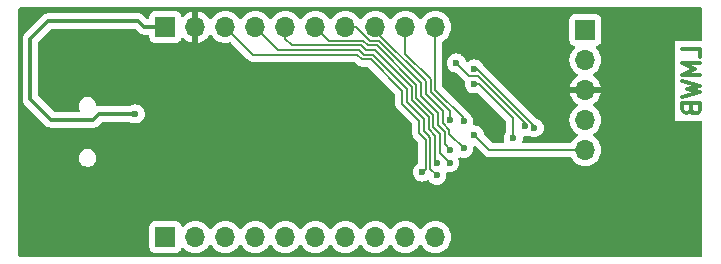
<source format=gbl>
G04 #@! TF.GenerationSoftware,KiCad,Pcbnew,8.0.3*
G04 #@! TF.CreationDate,2024-06-24T13:25:15+02:00*
G04 #@! TF.ProjectId,LimbusZero,4c696d62-7573-45a6-9572-6f2e6b696361,v.0.1*
G04 #@! TF.SameCoordinates,Original*
G04 #@! TF.FileFunction,Copper,L2,Bot*
G04 #@! TF.FilePolarity,Positive*
%FSLAX46Y46*%
G04 Gerber Fmt 4.6, Leading zero omitted, Abs format (unit mm)*
G04 Created by KiCad (PCBNEW 8.0.3) date 2024-06-24 13:25:15*
%MOMM*%
%LPD*%
G01*
G04 APERTURE LIST*
%ADD10C,0.300000*%
G04 #@! TA.AperFunction,NonConductor*
%ADD11C,0.300000*%
G04 #@! TD*
G04 #@! TA.AperFunction,ComponentPad*
%ADD12R,1.700000X1.700000*%
G04 #@! TD*
G04 #@! TA.AperFunction,ComponentPad*
%ADD13O,1.700000X1.700000*%
G04 #@! TD*
G04 #@! TA.AperFunction,ViaPad*
%ADD14C,0.600000*%
G04 #@! TD*
G04 #@! TA.AperFunction,Conductor*
%ADD15C,0.200000*%
G04 #@! TD*
G04 #@! TA.AperFunction,Conductor*
%ADD16C,0.300000*%
G04 #@! TD*
G04 APERTURE END LIST*
D10*
D11*
X139246828Y-68578796D02*
X139246828Y-67864510D01*
X139246828Y-67864510D02*
X137746828Y-67864510D01*
X139246828Y-69078796D02*
X137746828Y-69078796D01*
X137746828Y-69078796D02*
X138818257Y-69578796D01*
X138818257Y-69578796D02*
X137746828Y-70078796D01*
X137746828Y-70078796D02*
X139246828Y-70078796D01*
X137746828Y-70650225D02*
X139246828Y-71007368D01*
X139246828Y-71007368D02*
X138175400Y-71293082D01*
X138175400Y-71293082D02*
X139246828Y-71578797D01*
X139246828Y-71578797D02*
X137746828Y-71935940D01*
X138461114Y-73007368D02*
X138532542Y-73221654D01*
X138532542Y-73221654D02*
X138603971Y-73293083D01*
X138603971Y-73293083D02*
X138746828Y-73364511D01*
X138746828Y-73364511D02*
X138961114Y-73364511D01*
X138961114Y-73364511D02*
X139103971Y-73293083D01*
X139103971Y-73293083D02*
X139175400Y-73221654D01*
X139175400Y-73221654D02*
X139246828Y-73078797D01*
X139246828Y-73078797D02*
X139246828Y-72507368D01*
X139246828Y-72507368D02*
X137746828Y-72507368D01*
X137746828Y-72507368D02*
X137746828Y-73007368D01*
X137746828Y-73007368D02*
X137818257Y-73150226D01*
X137818257Y-73150226D02*
X137889685Y-73221654D01*
X137889685Y-73221654D02*
X138032542Y-73293083D01*
X138032542Y-73293083D02*
X138175400Y-73293083D01*
X138175400Y-73293083D02*
X138318257Y-73221654D01*
X138318257Y-73221654D02*
X138389685Y-73150226D01*
X138389685Y-73150226D02*
X138461114Y-73007368D01*
X138461114Y-73007368D02*
X138461114Y-72507368D01*
D12*
X129540000Y-66294000D03*
D13*
X129540000Y-68834000D03*
X129540000Y-71373999D03*
X129540000Y-73914000D03*
X129540000Y-76454000D03*
D12*
X93980000Y-66040000D03*
D13*
X96520000Y-66040000D03*
X99059999Y-66040000D03*
X101600000Y-66040000D03*
X104140000Y-66040000D03*
X106680000Y-66040000D03*
X109220000Y-66040000D03*
X111760001Y-66040000D03*
X114300000Y-66040000D03*
X116840000Y-66040000D03*
D12*
X93980000Y-83820000D03*
D13*
X96520000Y-83820000D03*
X99059999Y-83820000D03*
X101600000Y-83820000D03*
X104140000Y-83820000D03*
X106680000Y-83820000D03*
X109220000Y-83820000D03*
X111760001Y-83820000D03*
X114300000Y-83820000D03*
X116840000Y-83820000D03*
D14*
X129794000Y-80264000D03*
X127762000Y-82804000D03*
X97028000Y-71882000D03*
X88900000Y-67310000D03*
X85344000Y-72644000D03*
X87122000Y-80010000D03*
X105410000Y-71120000D03*
X105410000Y-76200000D03*
X97014000Y-70358000D03*
X97014000Y-71120000D03*
X109220000Y-73914000D03*
X121412000Y-81534000D03*
X125222000Y-67564000D03*
X113875735Y-73660000D03*
X87122000Y-69850000D03*
X112210314Y-71628000D03*
X85344000Y-77216000D03*
X83312000Y-77216000D03*
X83566000Y-82550000D03*
X120142000Y-75184000D03*
X91440000Y-73406000D03*
X119253000Y-76327000D03*
X119253000Y-74041000D03*
X118110000Y-76454000D03*
X116967000Y-78613000D03*
X117007797Y-77556203D03*
X118066735Y-73957265D03*
X125207876Y-74584000D03*
X120142000Y-69596000D03*
X118618000Y-69088000D03*
X124416735Y-74465265D03*
X115723049Y-78332951D03*
X123444000Y-75438000D03*
X120142000Y-70866000D03*
X118052313Y-77527687D03*
D15*
X120142000Y-75184000D02*
X121412000Y-76454000D01*
X121412000Y-76454000D02*
X129540000Y-76454000D01*
D16*
X82550000Y-67056000D02*
X84074000Y-65532000D01*
X84074000Y-65532000D02*
X91694000Y-65532000D01*
X88392000Y-73406000D02*
X87884000Y-73914000D01*
X91694000Y-65532000D02*
X92202000Y-66040000D01*
X87884000Y-73914000D02*
X84328000Y-73914000D01*
X84328000Y-73914000D02*
X82550000Y-72136000D01*
X91440000Y-73406000D02*
X88392000Y-73406000D01*
X92202000Y-66040000D02*
X93980000Y-66040000D01*
X82550000Y-72136000D02*
X82550000Y-67056000D01*
D15*
X116040000Y-71705372D02*
X116040000Y-70631686D01*
X111760001Y-66351687D02*
X111760001Y-66040000D01*
X118032626Y-74771685D02*
X117466735Y-74205794D01*
X118032626Y-75106626D02*
X118032626Y-74771685D01*
X117466735Y-74205794D02*
X117466735Y-73132107D01*
X119253000Y-76327000D02*
X118032626Y-75106626D01*
X116040000Y-70631686D02*
X111760001Y-66351687D01*
X117466735Y-73132107D02*
X116040000Y-71705372D01*
X116840000Y-71374000D02*
X116840000Y-66040000D01*
X119253000Y-74041000D02*
X119253000Y-73787000D01*
X119253000Y-73787000D02*
X116840000Y-71374000D01*
X115640000Y-71871058D02*
X115640000Y-70797372D01*
X115640000Y-70797372D02*
X112032628Y-67190000D01*
X112032628Y-67190000D02*
X111283655Y-67190000D01*
X118110000Y-76454000D02*
X117632626Y-75976626D01*
X117066735Y-74371480D02*
X117066735Y-73297793D01*
X117632626Y-74937371D02*
X117066735Y-74371480D01*
X117066735Y-73297793D02*
X115640000Y-71871058D01*
X110133655Y-66040000D02*
X109220000Y-66040000D01*
X111283655Y-67190000D02*
X110133655Y-66040000D01*
X117632626Y-75976626D02*
X117632626Y-74937371D01*
X116967000Y-78613000D02*
X116407797Y-78053797D01*
X116407797Y-78053797D02*
X116407797Y-75409600D01*
X110552283Y-68155685D02*
X110386598Y-67990000D01*
X114440000Y-71294430D02*
X111535570Y-68390000D01*
X110786597Y-68390000D02*
X110552283Y-68155685D01*
X116173482Y-75175286D02*
X115866735Y-74868538D01*
X115866735Y-74868538D02*
X115866735Y-73794851D01*
X114440000Y-72368116D02*
X114440000Y-71294430D01*
X115866735Y-73794851D02*
X114440000Y-72368116D01*
X110386598Y-67990000D02*
X103550000Y-67990000D01*
X103550000Y-67990000D02*
X101600000Y-66040000D01*
X116407797Y-75409600D02*
X116173482Y-75175286D01*
X111535570Y-68390000D02*
X110786597Y-68390000D01*
X110952283Y-67990000D02*
X110552283Y-67590000D01*
X117007797Y-77556203D02*
X116832626Y-77381032D01*
X114840000Y-71128744D02*
X111701256Y-67990000D01*
X111701256Y-67990000D02*
X110952283Y-67990000D01*
X116266735Y-74702852D02*
X116266735Y-73629165D01*
X116832626Y-75268743D02*
X116266735Y-74702852D01*
X104674000Y-67590000D02*
X104140000Y-67056000D01*
X116266735Y-73629165D02*
X114840000Y-72202430D01*
X114840000Y-72202430D02*
X114840000Y-71128744D01*
X110552283Y-67590000D02*
X104674000Y-67590000D01*
X116832626Y-77381032D02*
X116832626Y-75268743D01*
X104140000Y-67056000D02*
X104140000Y-66040000D01*
X118066735Y-73166421D02*
X116440000Y-71539686D01*
X114300000Y-68326000D02*
X114300000Y-66040000D01*
X116440000Y-70466000D02*
X114300000Y-68326000D01*
X116440000Y-71539686D02*
X116440000Y-70466000D01*
X118066735Y-73957265D02*
X118066735Y-73166421D01*
X125207876Y-74584000D02*
X125207876Y-74407876D01*
X120396000Y-69596000D02*
X120142000Y-69596000D01*
X125207876Y-74407876D02*
X120396000Y-69596000D01*
X124416735Y-74465265D02*
X124416735Y-74182421D01*
X119726000Y-70196000D02*
X118618000Y-69088000D01*
X120430314Y-70196000D02*
X119726000Y-70196000D01*
X124416735Y-74182421D02*
X120430314Y-70196000D01*
X116007797Y-75575286D02*
X115466735Y-75034224D01*
X111369884Y-68790000D02*
X110620912Y-68790000D01*
X115466735Y-75034224D02*
X115466735Y-73960537D01*
X115466735Y-73960537D02*
X114040000Y-72533802D01*
X110620912Y-68790000D02*
X110220912Y-68390000D01*
X116007797Y-78048203D02*
X116007797Y-75575286D01*
X101409999Y-68390000D02*
X99059999Y-66040000D01*
X114040000Y-72533802D02*
X114040000Y-71460116D01*
X115723049Y-78332951D02*
X116007797Y-78048203D01*
X110220912Y-68390000D02*
X101409999Y-68390000D01*
X114040000Y-71460116D02*
X111369884Y-68790000D01*
X123444000Y-73775372D02*
X123444000Y-75438000D01*
X120534628Y-70866000D02*
X123444000Y-73775372D01*
X120142000Y-70866000D02*
X120534628Y-70866000D01*
X116666735Y-73463479D02*
X115240000Y-72036744D01*
X111117969Y-67590000D02*
X110717969Y-67190000D01*
X115240000Y-72036744D02*
X115240000Y-70963058D01*
X116666735Y-74537166D02*
X116666735Y-73463479D01*
X107830000Y-67190000D02*
X106680000Y-66040000D01*
X117232626Y-76708000D02*
X117232626Y-75103057D01*
X115240000Y-70963058D02*
X111866942Y-67590000D01*
X118052313Y-77527687D02*
X117232626Y-76708000D01*
X110717969Y-67190000D02*
X107830000Y-67190000D01*
X111866942Y-67590000D02*
X111117969Y-67590000D01*
X117232626Y-75103057D02*
X116666735Y-74537166D01*
G04 #@! TA.AperFunction,Conductor*
G36*
X139392539Y-64405185D02*
G01*
X139438294Y-64457989D01*
X139449500Y-64509500D01*
X139449500Y-67085010D01*
X139429815Y-67152049D01*
X139377011Y-67197804D01*
X139325500Y-67209010D01*
X137088559Y-67209010D01*
X137088559Y-74021736D01*
X139325500Y-74021736D01*
X139392539Y-74041421D01*
X139438294Y-74094225D01*
X139449500Y-74145736D01*
X139449500Y-85350500D01*
X139429815Y-85417539D01*
X139377011Y-85463294D01*
X139325500Y-85474500D01*
X81654500Y-85474500D01*
X81587461Y-85454815D01*
X81541706Y-85402011D01*
X81530500Y-85350500D01*
X81530500Y-82922135D01*
X92629500Y-82922135D01*
X92629500Y-84717870D01*
X92629501Y-84717876D01*
X92635908Y-84777483D01*
X92686202Y-84912328D01*
X92686206Y-84912335D01*
X92772452Y-85027544D01*
X92772455Y-85027547D01*
X92887664Y-85113793D01*
X92887671Y-85113797D01*
X93022517Y-85164091D01*
X93022516Y-85164091D01*
X93029444Y-85164835D01*
X93082127Y-85170500D01*
X94877872Y-85170499D01*
X94937483Y-85164091D01*
X95072331Y-85113796D01*
X95187546Y-85027546D01*
X95273796Y-84912331D01*
X95322810Y-84780916D01*
X95364681Y-84724984D01*
X95430145Y-84700566D01*
X95498418Y-84715417D01*
X95526673Y-84736569D01*
X95648599Y-84858495D01*
X95745384Y-84926265D01*
X95842165Y-84994032D01*
X95842167Y-84994033D01*
X95842170Y-84994035D01*
X96056337Y-85093903D01*
X96284592Y-85155063D01*
X96461034Y-85170500D01*
X96519999Y-85175659D01*
X96520000Y-85175659D01*
X96520001Y-85175659D01*
X96578966Y-85170500D01*
X96755408Y-85155063D01*
X96983663Y-85093903D01*
X97197830Y-84994035D01*
X97391401Y-84858495D01*
X97558495Y-84691401D01*
X97688424Y-84505842D01*
X97743001Y-84462218D01*
X97812499Y-84455024D01*
X97874854Y-84486547D01*
X97891573Y-84505841D01*
X98021504Y-84691401D01*
X98188598Y-84858495D01*
X98285383Y-84926265D01*
X98382164Y-84994032D01*
X98382166Y-84994033D01*
X98382169Y-84994035D01*
X98596336Y-85093903D01*
X98824591Y-85155063D01*
X99001033Y-85170500D01*
X99059998Y-85175659D01*
X99059999Y-85175659D01*
X99060000Y-85175659D01*
X99118965Y-85170500D01*
X99295407Y-85155063D01*
X99523662Y-85093903D01*
X99737829Y-84994035D01*
X99931400Y-84858495D01*
X100098494Y-84691401D01*
X100228425Y-84505839D01*
X100283001Y-84462216D01*
X100352499Y-84455022D01*
X100414854Y-84486545D01*
X100431572Y-84505838D01*
X100561505Y-84691401D01*
X100728599Y-84858495D01*
X100825384Y-84926265D01*
X100922165Y-84994032D01*
X100922167Y-84994033D01*
X100922170Y-84994035D01*
X101136337Y-85093903D01*
X101364592Y-85155063D01*
X101541034Y-85170500D01*
X101599999Y-85175659D01*
X101600000Y-85175659D01*
X101600001Y-85175659D01*
X101658966Y-85170500D01*
X101835408Y-85155063D01*
X102063663Y-85093903D01*
X102277830Y-84994035D01*
X102471401Y-84858495D01*
X102638495Y-84691401D01*
X102768426Y-84505841D01*
X102823002Y-84462217D01*
X102892500Y-84455023D01*
X102954855Y-84486546D01*
X102971575Y-84505842D01*
X103101500Y-84691395D01*
X103101505Y-84691401D01*
X103268599Y-84858495D01*
X103365384Y-84926265D01*
X103462165Y-84994032D01*
X103462167Y-84994033D01*
X103462170Y-84994035D01*
X103676337Y-85093903D01*
X103904592Y-85155063D01*
X104081034Y-85170500D01*
X104139999Y-85175659D01*
X104140000Y-85175659D01*
X104140001Y-85175659D01*
X104198966Y-85170500D01*
X104375408Y-85155063D01*
X104603663Y-85093903D01*
X104817830Y-84994035D01*
X105011401Y-84858495D01*
X105178495Y-84691401D01*
X105308426Y-84505841D01*
X105363002Y-84462217D01*
X105432500Y-84455023D01*
X105494855Y-84486546D01*
X105511575Y-84505842D01*
X105641500Y-84691395D01*
X105641505Y-84691401D01*
X105808599Y-84858495D01*
X105905384Y-84926265D01*
X106002165Y-84994032D01*
X106002167Y-84994033D01*
X106002170Y-84994035D01*
X106216337Y-85093903D01*
X106444592Y-85155063D01*
X106621034Y-85170500D01*
X106679999Y-85175659D01*
X106680000Y-85175659D01*
X106680001Y-85175659D01*
X106738966Y-85170500D01*
X106915408Y-85155063D01*
X107143663Y-85093903D01*
X107357830Y-84994035D01*
X107551401Y-84858495D01*
X107718495Y-84691401D01*
X107848426Y-84505841D01*
X107903002Y-84462217D01*
X107972500Y-84455023D01*
X108034855Y-84486546D01*
X108051575Y-84505842D01*
X108181500Y-84691395D01*
X108181505Y-84691401D01*
X108348599Y-84858495D01*
X108445384Y-84926265D01*
X108542165Y-84994032D01*
X108542167Y-84994033D01*
X108542170Y-84994035D01*
X108756337Y-85093903D01*
X108984592Y-85155063D01*
X109161034Y-85170500D01*
X109219999Y-85175659D01*
X109220000Y-85175659D01*
X109220001Y-85175659D01*
X109278966Y-85170500D01*
X109455408Y-85155063D01*
X109683663Y-85093903D01*
X109897830Y-84994035D01*
X110091401Y-84858495D01*
X110258495Y-84691401D01*
X110388426Y-84505839D01*
X110443002Y-84462216D01*
X110512500Y-84455022D01*
X110574855Y-84486545D01*
X110591573Y-84505838D01*
X110721506Y-84691401D01*
X110888600Y-84858495D01*
X110985385Y-84926265D01*
X111082166Y-84994032D01*
X111082168Y-84994033D01*
X111082171Y-84994035D01*
X111296338Y-85093903D01*
X111524593Y-85155063D01*
X111701035Y-85170500D01*
X111760000Y-85175659D01*
X111760001Y-85175659D01*
X111760002Y-85175659D01*
X111818967Y-85170500D01*
X111995409Y-85155063D01*
X112223664Y-85093903D01*
X112437831Y-84994035D01*
X112631402Y-84858495D01*
X112798496Y-84691401D01*
X112928425Y-84505842D01*
X112983002Y-84462218D01*
X113052500Y-84455024D01*
X113114855Y-84486547D01*
X113131574Y-84505841D01*
X113261505Y-84691401D01*
X113428599Y-84858495D01*
X113525384Y-84926265D01*
X113622165Y-84994032D01*
X113622167Y-84994033D01*
X113622170Y-84994035D01*
X113836337Y-85093903D01*
X114064592Y-85155063D01*
X114241034Y-85170500D01*
X114299999Y-85175659D01*
X114300000Y-85175659D01*
X114300001Y-85175659D01*
X114358966Y-85170500D01*
X114535408Y-85155063D01*
X114763663Y-85093903D01*
X114977830Y-84994035D01*
X115171401Y-84858495D01*
X115338495Y-84691401D01*
X115468426Y-84505841D01*
X115523002Y-84462217D01*
X115592500Y-84455023D01*
X115654855Y-84486546D01*
X115671575Y-84505842D01*
X115801500Y-84691395D01*
X115801505Y-84691401D01*
X115968599Y-84858495D01*
X116065384Y-84926265D01*
X116162165Y-84994032D01*
X116162167Y-84994033D01*
X116162170Y-84994035D01*
X116376337Y-85093903D01*
X116604592Y-85155063D01*
X116781034Y-85170500D01*
X116839999Y-85175659D01*
X116840000Y-85175659D01*
X116840001Y-85175659D01*
X116898966Y-85170500D01*
X117075408Y-85155063D01*
X117303663Y-85093903D01*
X117517830Y-84994035D01*
X117711401Y-84858495D01*
X117878495Y-84691401D01*
X118014035Y-84497830D01*
X118113903Y-84283663D01*
X118175063Y-84055408D01*
X118195659Y-83820000D01*
X118175063Y-83584592D01*
X118113903Y-83356337D01*
X118014035Y-83142171D01*
X118008425Y-83134158D01*
X117878494Y-82948597D01*
X117711402Y-82781506D01*
X117711395Y-82781501D01*
X117517834Y-82645967D01*
X117517830Y-82645965D01*
X117517828Y-82645964D01*
X117303663Y-82546097D01*
X117303659Y-82546096D01*
X117303655Y-82546094D01*
X117075413Y-82484938D01*
X117075403Y-82484936D01*
X116840001Y-82464341D01*
X116839999Y-82464341D01*
X116604596Y-82484936D01*
X116604586Y-82484938D01*
X116376344Y-82546094D01*
X116376335Y-82546098D01*
X116162171Y-82645964D01*
X116162169Y-82645965D01*
X115968597Y-82781505D01*
X115801505Y-82948597D01*
X115671575Y-83134158D01*
X115616998Y-83177783D01*
X115547500Y-83184977D01*
X115485145Y-83153454D01*
X115468425Y-83134158D01*
X115338494Y-82948597D01*
X115171402Y-82781506D01*
X115171395Y-82781501D01*
X114977834Y-82645967D01*
X114977830Y-82645965D01*
X114977828Y-82645964D01*
X114763663Y-82546097D01*
X114763659Y-82546096D01*
X114763655Y-82546094D01*
X114535413Y-82484938D01*
X114535403Y-82484936D01*
X114300001Y-82464341D01*
X114299999Y-82464341D01*
X114064596Y-82484936D01*
X114064586Y-82484938D01*
X113836344Y-82546094D01*
X113836335Y-82546098D01*
X113622171Y-82645964D01*
X113622169Y-82645965D01*
X113428597Y-82781505D01*
X113261508Y-82948594D01*
X113131575Y-83134158D01*
X113076998Y-83177782D01*
X113007499Y-83184975D01*
X112945145Y-83153453D01*
X112928425Y-83134157D01*
X112798495Y-82948597D01*
X112631403Y-82781506D01*
X112631396Y-82781501D01*
X112437835Y-82645967D01*
X112437831Y-82645965D01*
X112437829Y-82645964D01*
X112223664Y-82546097D01*
X112223660Y-82546096D01*
X112223656Y-82546094D01*
X111995414Y-82484938D01*
X111995404Y-82484936D01*
X111760002Y-82464341D01*
X111760000Y-82464341D01*
X111524597Y-82484936D01*
X111524587Y-82484938D01*
X111296345Y-82546094D01*
X111296336Y-82546098D01*
X111082172Y-82645964D01*
X111082170Y-82645965D01*
X110888598Y-82781505D01*
X110721509Y-82948594D01*
X110591575Y-83134160D01*
X110536998Y-83177784D01*
X110467499Y-83184977D01*
X110405145Y-83153455D01*
X110388425Y-83134159D01*
X110258494Y-82948597D01*
X110091402Y-82781506D01*
X110091395Y-82781501D01*
X109897834Y-82645967D01*
X109897830Y-82645965D01*
X109897828Y-82645964D01*
X109683663Y-82546097D01*
X109683659Y-82546096D01*
X109683655Y-82546094D01*
X109455413Y-82484938D01*
X109455403Y-82484936D01*
X109220001Y-82464341D01*
X109219999Y-82464341D01*
X108984596Y-82484936D01*
X108984586Y-82484938D01*
X108756344Y-82546094D01*
X108756335Y-82546098D01*
X108542171Y-82645964D01*
X108542169Y-82645965D01*
X108348597Y-82781505D01*
X108181505Y-82948597D01*
X108051575Y-83134158D01*
X107996998Y-83177783D01*
X107927500Y-83184977D01*
X107865145Y-83153454D01*
X107848425Y-83134158D01*
X107718494Y-82948597D01*
X107551402Y-82781506D01*
X107551395Y-82781501D01*
X107357834Y-82645967D01*
X107357830Y-82645965D01*
X107357828Y-82645964D01*
X107143663Y-82546097D01*
X107143659Y-82546096D01*
X107143655Y-82546094D01*
X106915413Y-82484938D01*
X106915403Y-82484936D01*
X106680001Y-82464341D01*
X106679999Y-82464341D01*
X106444596Y-82484936D01*
X106444586Y-82484938D01*
X106216344Y-82546094D01*
X106216335Y-82546098D01*
X106002171Y-82645964D01*
X106002169Y-82645965D01*
X105808597Y-82781505D01*
X105641505Y-82948597D01*
X105511575Y-83134158D01*
X105456998Y-83177783D01*
X105387500Y-83184977D01*
X105325145Y-83153454D01*
X105308425Y-83134158D01*
X105178494Y-82948597D01*
X105011402Y-82781506D01*
X105011395Y-82781501D01*
X104817834Y-82645967D01*
X104817830Y-82645965D01*
X104817828Y-82645964D01*
X104603663Y-82546097D01*
X104603659Y-82546096D01*
X104603655Y-82546094D01*
X104375413Y-82484938D01*
X104375403Y-82484936D01*
X104140001Y-82464341D01*
X104139999Y-82464341D01*
X103904596Y-82484936D01*
X103904586Y-82484938D01*
X103676344Y-82546094D01*
X103676335Y-82546098D01*
X103462171Y-82645964D01*
X103462169Y-82645965D01*
X103268597Y-82781505D01*
X103101505Y-82948597D01*
X102971575Y-83134158D01*
X102916998Y-83177783D01*
X102847500Y-83184977D01*
X102785145Y-83153454D01*
X102768425Y-83134158D01*
X102638494Y-82948597D01*
X102471402Y-82781506D01*
X102471395Y-82781501D01*
X102277834Y-82645967D01*
X102277830Y-82645965D01*
X102277828Y-82645964D01*
X102063663Y-82546097D01*
X102063659Y-82546096D01*
X102063655Y-82546094D01*
X101835413Y-82484938D01*
X101835403Y-82484936D01*
X101600001Y-82464341D01*
X101599999Y-82464341D01*
X101364596Y-82484936D01*
X101364586Y-82484938D01*
X101136344Y-82546094D01*
X101136335Y-82546098D01*
X100922171Y-82645964D01*
X100922169Y-82645965D01*
X100728597Y-82781505D01*
X100561508Y-82948594D01*
X100431574Y-83134160D01*
X100376997Y-83177784D01*
X100307498Y-83184977D01*
X100245144Y-83153455D01*
X100228424Y-83134159D01*
X100098493Y-82948597D01*
X99931401Y-82781506D01*
X99931394Y-82781501D01*
X99737833Y-82645967D01*
X99737829Y-82645965D01*
X99737827Y-82645964D01*
X99523662Y-82546097D01*
X99523658Y-82546096D01*
X99523654Y-82546094D01*
X99295412Y-82484938D01*
X99295402Y-82484936D01*
X99060000Y-82464341D01*
X99059998Y-82464341D01*
X98824595Y-82484936D01*
X98824585Y-82484938D01*
X98596343Y-82546094D01*
X98596334Y-82546098D01*
X98382170Y-82645964D01*
X98382168Y-82645965D01*
X98188596Y-82781505D01*
X98021507Y-82948594D01*
X97891574Y-83134158D01*
X97836997Y-83177782D01*
X97767498Y-83184975D01*
X97705144Y-83153453D01*
X97688424Y-83134157D01*
X97558494Y-82948597D01*
X97391402Y-82781506D01*
X97391395Y-82781501D01*
X97197834Y-82645967D01*
X97197830Y-82645965D01*
X97197828Y-82645964D01*
X96983663Y-82546097D01*
X96983659Y-82546096D01*
X96983655Y-82546094D01*
X96755413Y-82484938D01*
X96755403Y-82484936D01*
X96520001Y-82464341D01*
X96519999Y-82464341D01*
X96284596Y-82484936D01*
X96284586Y-82484938D01*
X96056344Y-82546094D01*
X96056335Y-82546098D01*
X95842171Y-82645964D01*
X95842169Y-82645965D01*
X95648600Y-82781503D01*
X95526673Y-82903430D01*
X95465350Y-82936914D01*
X95395658Y-82931930D01*
X95339725Y-82890058D01*
X95322810Y-82859081D01*
X95273797Y-82727671D01*
X95273793Y-82727664D01*
X95187547Y-82612455D01*
X95187544Y-82612452D01*
X95072335Y-82526206D01*
X95072328Y-82526202D01*
X94937482Y-82475908D01*
X94937483Y-82475908D01*
X94877883Y-82469501D01*
X94877881Y-82469500D01*
X94877873Y-82469500D01*
X94877864Y-82469500D01*
X93082129Y-82469500D01*
X93082123Y-82469501D01*
X93022516Y-82475908D01*
X92887671Y-82526202D01*
X92887664Y-82526206D01*
X92772455Y-82612452D01*
X92772452Y-82612455D01*
X92686206Y-82727664D01*
X92686202Y-82727671D01*
X92635908Y-82862517D01*
X92629501Y-82922116D01*
X92629500Y-82922135D01*
X81530500Y-82922135D01*
X81530500Y-77203920D01*
X86625499Y-77203920D01*
X86654340Y-77348907D01*
X86654343Y-77348917D01*
X86710912Y-77485488D01*
X86710919Y-77485501D01*
X86793048Y-77608415D01*
X86793051Y-77608419D01*
X86897580Y-77712948D01*
X86897584Y-77712951D01*
X87020498Y-77795080D01*
X87020511Y-77795087D01*
X87106463Y-77830689D01*
X87157087Y-77851658D01*
X87157091Y-77851658D01*
X87157092Y-77851659D01*
X87302079Y-77880500D01*
X87302082Y-77880500D01*
X87449920Y-77880500D01*
X87547462Y-77861096D01*
X87594913Y-77851658D01*
X87731495Y-77795084D01*
X87854416Y-77712951D01*
X87958951Y-77608416D01*
X88041084Y-77485495D01*
X88097658Y-77348913D01*
X88107096Y-77301462D01*
X88126500Y-77203920D01*
X88126500Y-77056079D01*
X88097659Y-76911092D01*
X88097658Y-76911091D01*
X88097658Y-76911087D01*
X88061054Y-76822716D01*
X88041087Y-76774511D01*
X88041080Y-76774498D01*
X87958951Y-76651584D01*
X87958948Y-76651580D01*
X87854419Y-76547051D01*
X87854415Y-76547048D01*
X87731501Y-76464919D01*
X87731488Y-76464912D01*
X87594917Y-76408343D01*
X87594907Y-76408340D01*
X87449920Y-76379500D01*
X87449918Y-76379500D01*
X87302082Y-76379500D01*
X87302080Y-76379500D01*
X87157092Y-76408340D01*
X87157082Y-76408343D01*
X87020511Y-76464912D01*
X87020498Y-76464919D01*
X86897584Y-76547048D01*
X86897580Y-76547051D01*
X86793051Y-76651580D01*
X86793048Y-76651584D01*
X86710919Y-76774498D01*
X86710912Y-76774511D01*
X86654343Y-76911082D01*
X86654340Y-76911092D01*
X86625500Y-77056079D01*
X86625500Y-77056082D01*
X86625500Y-77203918D01*
X86625500Y-77203920D01*
X86625499Y-77203920D01*
X81530500Y-77203920D01*
X81530500Y-66991928D01*
X81899500Y-66991928D01*
X81899500Y-66991931D01*
X81899500Y-72200069D01*
X81917202Y-72289059D01*
X81924499Y-72325744D01*
X81960270Y-72412104D01*
X81973535Y-72444127D01*
X82018276Y-72511087D01*
X82044726Y-72550673D01*
X83913325Y-74419272D01*
X83913332Y-74419278D01*
X83997520Y-74475530D01*
X83997521Y-74475530D01*
X84019873Y-74490465D01*
X84138256Y-74539501D01*
X84138260Y-74539501D01*
X84138261Y-74539502D01*
X84263928Y-74564500D01*
X84263931Y-74564500D01*
X87948071Y-74564500D01*
X88032615Y-74547682D01*
X88073744Y-74539501D01*
X88192127Y-74490465D01*
X88214479Y-74475530D01*
X88298669Y-74419277D01*
X88625127Y-74092819D01*
X88686450Y-74059334D01*
X88712808Y-74056500D01*
X90934932Y-74056500D01*
X91000904Y-74075506D01*
X91090477Y-74131789D01*
X91090481Y-74131790D01*
X91260737Y-74191366D01*
X91260743Y-74191367D01*
X91260745Y-74191368D01*
X91260746Y-74191368D01*
X91260750Y-74191369D01*
X91439996Y-74211565D01*
X91440000Y-74211565D01*
X91440004Y-74211565D01*
X91619249Y-74191369D01*
X91619252Y-74191368D01*
X91619255Y-74191368D01*
X91789522Y-74131789D01*
X91942262Y-74035816D01*
X92069816Y-73908262D01*
X92165789Y-73755522D01*
X92225368Y-73585255D01*
X92230609Y-73538738D01*
X92245565Y-73406003D01*
X92245565Y-73405996D01*
X92225369Y-73226750D01*
X92225368Y-73226745D01*
X92198317Y-73149438D01*
X92165789Y-73056478D01*
X92069816Y-72903738D01*
X91942262Y-72776184D01*
X91879096Y-72736494D01*
X91789523Y-72680211D01*
X91619254Y-72620631D01*
X91619249Y-72620630D01*
X91440004Y-72600435D01*
X91439996Y-72600435D01*
X91260750Y-72620630D01*
X91260737Y-72620633D01*
X91090481Y-72680209D01*
X91090477Y-72680210D01*
X91000904Y-72736494D01*
X90934932Y-72755500D01*
X88327931Y-72755500D01*
X88274157Y-72766196D01*
X88204566Y-72759967D01*
X88149389Y-72717104D01*
X88128516Y-72661892D01*
X88127689Y-72662057D01*
X88126701Y-72657092D01*
X88126564Y-72656729D01*
X88126500Y-72656080D01*
X88097659Y-72511092D01*
X88097658Y-72511091D01*
X88097658Y-72511087D01*
X88097656Y-72511082D01*
X88041087Y-72374511D01*
X88041080Y-72374498D01*
X87958951Y-72251584D01*
X87958948Y-72251580D01*
X87854419Y-72147051D01*
X87854415Y-72147048D01*
X87731501Y-72064919D01*
X87731488Y-72064912D01*
X87594917Y-72008343D01*
X87594907Y-72008340D01*
X87449920Y-71979500D01*
X87449918Y-71979500D01*
X87302082Y-71979500D01*
X87302080Y-71979500D01*
X87157092Y-72008340D01*
X87157082Y-72008343D01*
X87020511Y-72064912D01*
X87020498Y-72064919D01*
X86897584Y-72147048D01*
X86897580Y-72147051D01*
X86793051Y-72251580D01*
X86793048Y-72251584D01*
X86710919Y-72374498D01*
X86710912Y-72374511D01*
X86654343Y-72511082D01*
X86654340Y-72511092D01*
X86625500Y-72656079D01*
X86625500Y-72656080D01*
X86625500Y-72656082D01*
X86625500Y-72803918D01*
X86625500Y-72803920D01*
X86625499Y-72803920D01*
X86654340Y-72948907D01*
X86654343Y-72948917D01*
X86713247Y-73091124D01*
X86710841Y-73092120D01*
X86722781Y-73149438D01*
X86697787Y-73214684D01*
X86641486Y-73256060D01*
X86599180Y-73263500D01*
X84648808Y-73263500D01*
X84581769Y-73243815D01*
X84561127Y-73227181D01*
X83236819Y-71902873D01*
X83203334Y-71841550D01*
X83200500Y-71815192D01*
X83200500Y-67376808D01*
X83220185Y-67309769D01*
X83236819Y-67289127D01*
X84307127Y-66218819D01*
X84368450Y-66185334D01*
X84394808Y-66182500D01*
X91373192Y-66182500D01*
X91440231Y-66202185D01*
X91460873Y-66218819D01*
X91787324Y-66545271D01*
X91787327Y-66545274D01*
X91787330Y-66545276D01*
X91853515Y-66589499D01*
X91893873Y-66616465D01*
X92012256Y-66665501D01*
X92012260Y-66665501D01*
X92012261Y-66665502D01*
X92137928Y-66690500D01*
X92137931Y-66690500D01*
X92505501Y-66690500D01*
X92572540Y-66710185D01*
X92618295Y-66762989D01*
X92629501Y-66814500D01*
X92629501Y-66937876D01*
X92635908Y-66997483D01*
X92686202Y-67132328D01*
X92686206Y-67132335D01*
X92772452Y-67247544D01*
X92772455Y-67247547D01*
X92887664Y-67333793D01*
X92887671Y-67333797D01*
X93022517Y-67384091D01*
X93022516Y-67384091D01*
X93029444Y-67384835D01*
X93082127Y-67390500D01*
X94877872Y-67390499D01*
X94937483Y-67384091D01*
X95072331Y-67333796D01*
X95187546Y-67247546D01*
X95273796Y-67132331D01*
X95323002Y-67000401D01*
X95364872Y-66944468D01*
X95430337Y-66920050D01*
X95498610Y-66934901D01*
X95526865Y-66956053D01*
X95648917Y-67078105D01*
X95842421Y-67213600D01*
X96056507Y-67313429D01*
X96056516Y-67313433D01*
X96270000Y-67370634D01*
X96270000Y-66473012D01*
X96327007Y-66505925D01*
X96454174Y-66540000D01*
X96585826Y-66540000D01*
X96712993Y-66505925D01*
X96770000Y-66473012D01*
X96770000Y-67370633D01*
X96983483Y-67313433D01*
X96983492Y-67313429D01*
X97197578Y-67213600D01*
X97391082Y-67078105D01*
X97558105Y-66911082D01*
X97688119Y-66725405D01*
X97742696Y-66681781D01*
X97812195Y-66674588D01*
X97874549Y-66706110D01*
X97891269Y-66725406D01*
X98021499Y-66911395D01*
X98021504Y-66911401D01*
X98188598Y-67078495D01*
X98285383Y-67146265D01*
X98382164Y-67214032D01*
X98382166Y-67214033D01*
X98382169Y-67214035D01*
X98596336Y-67313903D01*
X98596342Y-67313904D01*
X98596343Y-67313905D01*
X98651284Y-67328626D01*
X98824591Y-67375063D01*
X99001033Y-67390500D01*
X99059998Y-67395659D01*
X99059999Y-67395659D01*
X99060000Y-67395659D01*
X99118965Y-67390500D01*
X99295407Y-67375063D01*
X99423756Y-67340672D01*
X99493605Y-67342335D01*
X99543530Y-67372766D01*
X100925138Y-68754374D01*
X100925148Y-68754385D01*
X100929478Y-68758715D01*
X100929479Y-68758716D01*
X101041283Y-68870520D01*
X101107501Y-68908750D01*
X101128094Y-68920639D01*
X101128096Y-68920641D01*
X101166150Y-68942611D01*
X101178214Y-68949577D01*
X101330942Y-68990501D01*
X101330945Y-68990501D01*
X101496652Y-68990501D01*
X101496668Y-68990500D01*
X109920815Y-68990500D01*
X109987854Y-69010185D01*
X110008496Y-69026819D01*
X110136051Y-69154374D01*
X110136061Y-69154385D01*
X110140391Y-69158715D01*
X110140392Y-69158716D01*
X110252196Y-69270520D01*
X110252198Y-69270521D01*
X110252202Y-69270524D01*
X110299209Y-69297663D01*
X110389128Y-69349577D01*
X110500931Y-69379534D01*
X110541854Y-69390500D01*
X110541855Y-69390500D01*
X111069787Y-69390500D01*
X111136826Y-69410185D01*
X111157468Y-69426819D01*
X113403181Y-71672532D01*
X113436666Y-71733855D01*
X113439500Y-71760213D01*
X113439500Y-72447132D01*
X113439499Y-72447150D01*
X113439499Y-72612856D01*
X113439498Y-72612856D01*
X113451080Y-72656079D01*
X113480423Y-72765587D01*
X113480424Y-72765589D01*
X113480423Y-72765589D01*
X113496423Y-72793300D01*
X113496425Y-72793302D01*
X113496426Y-72793304D01*
X113538462Y-72866113D01*
X113559479Y-72902517D01*
X113678349Y-73021387D01*
X113678355Y-73021392D01*
X114829916Y-74172953D01*
X114863401Y-74234276D01*
X114866235Y-74260634D01*
X114866235Y-74947554D01*
X114866234Y-74947572D01*
X114866234Y-75113278D01*
X114866233Y-75113278D01*
X114866234Y-75113281D01*
X114907158Y-75266009D01*
X114928718Y-75303352D01*
X114986212Y-75402936D01*
X114986216Y-75402941D01*
X115105084Y-75521809D01*
X115105090Y-75521814D01*
X115370978Y-75787702D01*
X115404463Y-75849025D01*
X115407297Y-75875383D01*
X115407297Y-77517410D01*
X115387612Y-77584449D01*
X115349269Y-77622404D01*
X115220786Y-77703135D01*
X115093233Y-77830688D01*
X114997260Y-77983427D01*
X114937680Y-78153696D01*
X114937679Y-78153701D01*
X114917484Y-78332947D01*
X114917484Y-78332954D01*
X114937679Y-78512200D01*
X114937680Y-78512205D01*
X114997260Y-78682474D01*
X115093233Y-78835213D01*
X115220787Y-78962767D01*
X115373527Y-79058740D01*
X115535058Y-79115262D01*
X115543794Y-79118319D01*
X115543799Y-79118320D01*
X115723045Y-79138516D01*
X115723049Y-79138516D01*
X115723053Y-79138516D01*
X115902298Y-79118320D01*
X115902301Y-79118319D01*
X115902304Y-79118319D01*
X116072571Y-79058740D01*
X116131827Y-79021506D01*
X116199062Y-79002506D01*
X116265898Y-79022873D01*
X116302791Y-79060526D01*
X116337184Y-79115262D01*
X116464738Y-79242816D01*
X116617478Y-79338789D01*
X116787745Y-79398368D01*
X116787750Y-79398369D01*
X116966996Y-79418565D01*
X116967000Y-79418565D01*
X116967004Y-79418565D01*
X117146249Y-79398369D01*
X117146252Y-79398368D01*
X117146255Y-79398368D01*
X117316522Y-79338789D01*
X117469262Y-79242816D01*
X117596816Y-79115262D01*
X117692789Y-78962522D01*
X117752368Y-78792255D01*
X117752369Y-78792249D01*
X117772565Y-78613003D01*
X117772565Y-78612997D01*
X117754452Y-78452243D01*
X117766506Y-78383421D01*
X117813855Y-78332041D01*
X117881466Y-78314417D01*
X117891551Y-78315138D01*
X117952181Y-78321969D01*
X118052310Y-78333252D01*
X118052313Y-78333252D01*
X118052317Y-78333252D01*
X118231562Y-78313056D01*
X118231565Y-78313055D01*
X118231568Y-78313055D01*
X118401835Y-78253476D01*
X118554575Y-78157503D01*
X118682129Y-78029949D01*
X118778102Y-77877209D01*
X118837681Y-77706942D01*
X118848782Y-77608416D01*
X118857878Y-77527690D01*
X118857878Y-77527683D01*
X118837682Y-77348437D01*
X118837679Y-77348424D01*
X118795661Y-77228344D01*
X118792099Y-77158565D01*
X118826827Y-77097938D01*
X118888821Y-77065710D01*
X118953657Y-77070348D01*
X119073737Y-77112366D01*
X119073743Y-77112367D01*
X119073745Y-77112368D01*
X119073746Y-77112368D01*
X119073750Y-77112369D01*
X119252996Y-77132565D01*
X119253000Y-77132565D01*
X119253004Y-77132565D01*
X119432249Y-77112369D01*
X119432252Y-77112368D01*
X119432255Y-77112368D01*
X119602522Y-77052789D01*
X119755262Y-76956816D01*
X119882816Y-76829262D01*
X119978789Y-76676522D01*
X120038368Y-76506255D01*
X120038369Y-76506249D01*
X120058565Y-76327003D01*
X120058565Y-76326997D01*
X120050345Y-76254046D01*
X120062399Y-76185224D01*
X120109748Y-76133845D01*
X120177358Y-76116220D01*
X120243764Y-76137946D01*
X120261246Y-76152481D01*
X120927139Y-76818374D01*
X120927149Y-76818385D01*
X120931479Y-76822715D01*
X120931480Y-76822716D01*
X121043284Y-76934520D01*
X121117728Y-76977500D01*
X121180215Y-77013577D01*
X121332942Y-77054500D01*
X121332943Y-77054500D01*
X128250909Y-77054500D01*
X128317948Y-77074185D01*
X128363292Y-77126097D01*
X128365965Y-77131830D01*
X128501505Y-77325401D01*
X128668599Y-77492495D01*
X128718863Y-77527690D01*
X128862165Y-77628032D01*
X128862167Y-77628033D01*
X128862170Y-77628035D01*
X129076337Y-77727903D01*
X129304592Y-77789063D01*
X129492918Y-77805539D01*
X129539999Y-77809659D01*
X129540000Y-77809659D01*
X129540001Y-77809659D01*
X129579234Y-77806226D01*
X129775408Y-77789063D01*
X130003663Y-77727903D01*
X130217830Y-77628035D01*
X130411401Y-77492495D01*
X130578495Y-77325401D01*
X130714035Y-77131830D01*
X130813903Y-76917663D01*
X130875063Y-76689408D01*
X130895659Y-76454000D01*
X130875063Y-76218592D01*
X130813903Y-75990337D01*
X130714035Y-75776171D01*
X130714034Y-75776169D01*
X130578494Y-75582597D01*
X130411402Y-75415506D01*
X130411396Y-75415501D01*
X130225842Y-75285575D01*
X130182217Y-75230998D01*
X130175023Y-75161500D01*
X130206546Y-75099145D01*
X130225842Y-75082425D01*
X130346720Y-74997785D01*
X130411401Y-74952495D01*
X130578495Y-74785401D01*
X130714035Y-74591830D01*
X130813903Y-74377663D01*
X130875063Y-74149408D01*
X130895659Y-73914000D01*
X130875063Y-73678592D01*
X130813903Y-73450337D01*
X130714035Y-73236171D01*
X130707741Y-73227181D01*
X130578494Y-73042597D01*
X130411402Y-72875506D01*
X130411396Y-72875501D01*
X130225405Y-72745269D01*
X130181780Y-72690692D01*
X130174586Y-72621194D01*
X130206109Y-72558839D01*
X130225404Y-72542119D01*
X130411082Y-72412104D01*
X130578105Y-72245081D01*
X130713600Y-72051577D01*
X130813429Y-71837491D01*
X130813432Y-71837485D01*
X130870636Y-71623999D01*
X129973012Y-71623999D01*
X130005925Y-71566992D01*
X130040000Y-71439825D01*
X130040000Y-71308173D01*
X130005925Y-71181006D01*
X129973012Y-71123999D01*
X130870636Y-71123999D01*
X130870635Y-71123998D01*
X130813432Y-70910512D01*
X130813429Y-70910506D01*
X130713600Y-70696421D01*
X130713599Y-70696419D01*
X130578113Y-70502925D01*
X130578108Y-70502919D01*
X130411078Y-70335889D01*
X130225405Y-70205878D01*
X130181780Y-70151301D01*
X130174588Y-70081803D01*
X130206110Y-70019448D01*
X130225398Y-70002735D01*
X130411401Y-69872495D01*
X130578495Y-69705401D01*
X130714035Y-69511830D01*
X130813903Y-69297663D01*
X130875063Y-69069408D01*
X130895659Y-68834000D01*
X130875063Y-68598592D01*
X130813903Y-68370337D01*
X130714035Y-68156171D01*
X130684215Y-68113584D01*
X130578496Y-67962600D01*
X130578495Y-67962599D01*
X130456567Y-67840671D01*
X130423084Y-67779351D01*
X130428068Y-67709659D01*
X130469939Y-67653725D01*
X130500915Y-67636810D01*
X130632331Y-67587796D01*
X130747546Y-67501546D01*
X130833796Y-67386331D01*
X130884091Y-67251483D01*
X130890500Y-67191873D01*
X130890499Y-65396128D01*
X130884091Y-65336517D01*
X130883850Y-65335872D01*
X130833797Y-65201671D01*
X130833793Y-65201664D01*
X130747547Y-65086455D01*
X130747544Y-65086452D01*
X130632335Y-65000206D01*
X130632328Y-65000202D01*
X130497482Y-64949908D01*
X130497483Y-64949908D01*
X130437883Y-64943501D01*
X130437881Y-64943500D01*
X130437873Y-64943500D01*
X130437864Y-64943500D01*
X128642129Y-64943500D01*
X128642123Y-64943501D01*
X128582516Y-64949908D01*
X128447671Y-65000202D01*
X128447664Y-65000206D01*
X128332455Y-65086452D01*
X128332452Y-65086455D01*
X128246206Y-65201664D01*
X128246202Y-65201671D01*
X128195908Y-65336517D01*
X128189501Y-65396116D01*
X128189501Y-65396123D01*
X128189500Y-65396135D01*
X128189500Y-67191870D01*
X128189501Y-67191876D01*
X128195908Y-67251483D01*
X128246202Y-67386328D01*
X128246206Y-67386335D01*
X128332452Y-67501544D01*
X128332455Y-67501547D01*
X128447664Y-67587793D01*
X128447671Y-67587797D01*
X128579081Y-67636810D01*
X128635015Y-67678681D01*
X128659432Y-67744145D01*
X128644580Y-67812418D01*
X128623430Y-67840673D01*
X128501503Y-67962600D01*
X128365965Y-68156169D01*
X128365964Y-68156171D01*
X128266098Y-68370335D01*
X128266094Y-68370344D01*
X128204938Y-68598586D01*
X128204936Y-68598596D01*
X128184341Y-68833999D01*
X128184341Y-68834000D01*
X128204936Y-69069403D01*
X128204938Y-69069413D01*
X128266094Y-69297655D01*
X128266096Y-69297659D01*
X128266097Y-69297663D01*
X128309388Y-69390500D01*
X128365965Y-69511830D01*
X128365967Y-69511834D01*
X128474281Y-69666521D01*
X128501505Y-69705401D01*
X128668599Y-69872495D01*
X128854594Y-70002730D01*
X128898218Y-70057307D01*
X128905411Y-70126806D01*
X128873889Y-70189160D01*
X128854594Y-70205880D01*
X128668922Y-70335889D01*
X128668920Y-70335890D01*
X128501891Y-70502919D01*
X128501886Y-70502925D01*
X128366400Y-70696419D01*
X128366399Y-70696421D01*
X128266570Y-70910506D01*
X128266567Y-70910512D01*
X128209364Y-71123998D01*
X128209364Y-71123999D01*
X129106988Y-71123999D01*
X129074075Y-71181006D01*
X129040000Y-71308173D01*
X129040000Y-71439825D01*
X129074075Y-71566992D01*
X129106988Y-71623999D01*
X128209364Y-71623999D01*
X128266567Y-71837485D01*
X128266570Y-71837491D01*
X128366399Y-72051577D01*
X128501894Y-72245081D01*
X128668917Y-72412104D01*
X128854596Y-72542119D01*
X128898221Y-72596696D01*
X128905413Y-72666195D01*
X128873891Y-72728549D01*
X128854595Y-72745269D01*
X128668597Y-72875505D01*
X128501505Y-73042597D01*
X128365965Y-73236169D01*
X128365964Y-73236171D01*
X128266098Y-73450335D01*
X128266094Y-73450344D01*
X128204938Y-73678586D01*
X128204936Y-73678596D01*
X128184341Y-73913999D01*
X128184341Y-73914000D01*
X128204936Y-74149403D01*
X128204938Y-74149413D01*
X128266094Y-74377655D01*
X128266096Y-74377659D01*
X128266097Y-74377663D01*
X128318698Y-74490465D01*
X128365965Y-74591830D01*
X128365967Y-74591834D01*
X128457479Y-74722526D01*
X128485997Y-74763254D01*
X128501501Y-74785395D01*
X128501506Y-74785402D01*
X128668597Y-74952493D01*
X128668603Y-74952498D01*
X128854158Y-75082425D01*
X128897783Y-75137002D01*
X128904977Y-75206500D01*
X128873454Y-75268855D01*
X128854158Y-75285575D01*
X128668597Y-75415505D01*
X128501506Y-75582596D01*
X128365965Y-75776170D01*
X128365962Y-75776175D01*
X128363289Y-75781909D01*
X128317115Y-75834346D01*
X128250909Y-75853500D01*
X124321465Y-75853500D01*
X124254426Y-75833815D01*
X124208671Y-75781011D01*
X124198727Y-75711853D01*
X124204423Y-75688546D01*
X124229367Y-75617257D01*
X124229368Y-75617255D01*
X124233273Y-75582596D01*
X124249565Y-75438003D01*
X124249565Y-75437999D01*
X124248611Y-75429533D01*
X124245747Y-75404115D01*
X124257801Y-75335295D01*
X124305149Y-75283915D01*
X124372759Y-75266290D01*
X124382843Y-75267011D01*
X124408268Y-75269876D01*
X124416734Y-75270830D01*
X124416735Y-75270830D01*
X124416739Y-75270830D01*
X124595984Y-75250634D01*
X124595985Y-75250633D01*
X124595990Y-75250633D01*
X124647673Y-75232547D01*
X124717450Y-75228985D01*
X124754599Y-75244596D01*
X124858349Y-75309787D01*
X124858353Y-75309788D01*
X124858354Y-75309789D01*
X125011151Y-75363255D01*
X125028621Y-75369368D01*
X125028626Y-75369369D01*
X125207872Y-75389565D01*
X125207876Y-75389565D01*
X125207880Y-75389565D01*
X125387125Y-75369369D01*
X125387128Y-75369368D01*
X125387131Y-75369368D01*
X125557398Y-75309789D01*
X125710138Y-75213816D01*
X125837692Y-75086262D01*
X125933665Y-74933522D01*
X125993244Y-74763255D01*
X126002429Y-74681737D01*
X126013441Y-74584003D01*
X126013441Y-74583996D01*
X125993245Y-74404750D01*
X125993244Y-74404745D01*
X125933664Y-74234476D01*
X125869141Y-74131789D01*
X125837692Y-74081738D01*
X125710138Y-73954184D01*
X125637054Y-73908262D01*
X125557400Y-73858212D01*
X125557399Y-73858211D01*
X125507270Y-73840670D01*
X125460545Y-73811310D01*
X120883590Y-69234355D01*
X120883588Y-69234352D01*
X120830457Y-69181221D01*
X120813144Y-69159512D01*
X120771815Y-69093737D01*
X120644262Y-68966184D01*
X120491523Y-68870211D01*
X120321254Y-68810631D01*
X120321249Y-68810630D01*
X120142004Y-68790435D01*
X120141996Y-68790435D01*
X119962750Y-68810630D01*
X119962745Y-68810631D01*
X119792476Y-68870211D01*
X119639737Y-68966184D01*
X119639735Y-68966186D01*
X119615188Y-68990732D01*
X119553864Y-69024215D01*
X119484172Y-69019228D01*
X119428240Y-68977355D01*
X119404289Y-68916923D01*
X119403368Y-68908745D01*
X119343789Y-68738478D01*
X119255895Y-68598596D01*
X119247816Y-68585738D01*
X119120262Y-68458184D01*
X118980466Y-68370344D01*
X118967523Y-68362211D01*
X118797254Y-68302631D01*
X118797249Y-68302630D01*
X118618004Y-68282435D01*
X118617996Y-68282435D01*
X118438750Y-68302630D01*
X118438745Y-68302631D01*
X118268476Y-68362211D01*
X118115737Y-68458184D01*
X117988184Y-68585737D01*
X117892211Y-68738476D01*
X117832631Y-68908745D01*
X117832630Y-68908750D01*
X117812435Y-69087996D01*
X117812435Y-69088003D01*
X117832630Y-69267249D01*
X117832631Y-69267254D01*
X117892211Y-69437523D01*
X117938902Y-69511830D01*
X117988184Y-69590262D01*
X118115738Y-69717816D01*
X118268478Y-69813789D01*
X118438745Y-69873368D01*
X118525669Y-69883161D01*
X118590080Y-69910226D01*
X118599465Y-69918700D01*
X119315507Y-70634744D01*
X119348992Y-70696067D01*
X119351046Y-70736307D01*
X119336435Y-70865994D01*
X119336435Y-70866003D01*
X119356630Y-71045249D01*
X119356631Y-71045254D01*
X119416211Y-71215523D01*
X119512184Y-71368262D01*
X119639738Y-71495816D01*
X119792478Y-71591789D01*
X119884529Y-71623999D01*
X119962745Y-71651368D01*
X119962750Y-71651369D01*
X120141996Y-71671565D01*
X120142000Y-71671565D01*
X120142004Y-71671565D01*
X120321246Y-71651369D01*
X120321245Y-71651369D01*
X120321255Y-71651368D01*
X120358467Y-71638346D01*
X120428241Y-71634784D01*
X120487100Y-71667707D01*
X122807181Y-73987788D01*
X122840666Y-74049111D01*
X122843500Y-74075469D01*
X122843500Y-74855587D01*
X122823815Y-74922626D01*
X122816450Y-74932896D01*
X122814186Y-74935734D01*
X122718211Y-75088476D01*
X122658631Y-75258745D01*
X122658630Y-75258750D01*
X122638435Y-75437996D01*
X122638435Y-75438003D01*
X122658630Y-75617249D01*
X122658632Y-75617257D01*
X122683577Y-75688546D01*
X122687138Y-75758325D01*
X122652409Y-75818952D01*
X122590415Y-75851179D01*
X122566535Y-75853500D01*
X121712097Y-75853500D01*
X121645058Y-75833815D01*
X121624416Y-75817181D01*
X120972700Y-75165465D01*
X120939215Y-75104142D01*
X120937163Y-75091686D01*
X120927368Y-75004745D01*
X120867789Y-74834478D01*
X120771816Y-74681738D01*
X120644262Y-74554184D01*
X120616745Y-74536894D01*
X120491523Y-74458211D01*
X120321254Y-74398631D01*
X120321250Y-74398630D01*
X120143562Y-74378610D01*
X120079148Y-74351543D01*
X120039593Y-74293948D01*
X120037550Y-74227214D01*
X120036818Y-74227047D01*
X120037459Y-74224234D01*
X120037456Y-74224111D01*
X120037583Y-74223693D01*
X120038369Y-74220249D01*
X120058565Y-74041003D01*
X120058565Y-74040996D01*
X120038369Y-73861750D01*
X120038368Y-73861745D01*
X119978788Y-73691476D01*
X119939582Y-73629080D01*
X119882816Y-73538738D01*
X119755262Y-73411184D01*
X119755260Y-73411182D01*
X119689485Y-73369853D01*
X119667776Y-73352540D01*
X119617397Y-73302160D01*
X119617374Y-73302139D01*
X117476819Y-71161584D01*
X117443334Y-71100261D01*
X117440500Y-71073903D01*
X117440500Y-67329090D01*
X117460185Y-67262051D01*
X117512101Y-67216706D01*
X117517830Y-67214035D01*
X117711401Y-67078495D01*
X117878495Y-66911401D01*
X118014035Y-66717830D01*
X118113903Y-66503663D01*
X118175063Y-66275408D01*
X118195659Y-66040000D01*
X118175063Y-65804592D01*
X118113903Y-65576337D01*
X118014035Y-65362171D01*
X118008425Y-65354158D01*
X117878494Y-65168597D01*
X117711402Y-65001506D01*
X117711395Y-65001501D01*
X117517834Y-64865967D01*
X117517830Y-64865965D01*
X117517828Y-64865964D01*
X117303663Y-64766097D01*
X117303659Y-64766096D01*
X117303655Y-64766094D01*
X117075413Y-64704938D01*
X117075403Y-64704936D01*
X116840001Y-64684341D01*
X116839999Y-64684341D01*
X116604596Y-64704936D01*
X116604586Y-64704938D01*
X116376344Y-64766094D01*
X116376335Y-64766098D01*
X116162171Y-64865964D01*
X116162169Y-64865965D01*
X115968597Y-65001505D01*
X115801505Y-65168597D01*
X115671575Y-65354158D01*
X115616998Y-65397783D01*
X115547500Y-65404977D01*
X115485145Y-65373454D01*
X115468425Y-65354158D01*
X115338494Y-65168597D01*
X115171402Y-65001506D01*
X115171395Y-65001501D01*
X114977834Y-64865967D01*
X114977830Y-64865965D01*
X114977828Y-64865964D01*
X114763663Y-64766097D01*
X114763659Y-64766096D01*
X114763655Y-64766094D01*
X114535413Y-64704938D01*
X114535403Y-64704936D01*
X114300001Y-64684341D01*
X114299999Y-64684341D01*
X114064596Y-64704936D01*
X114064586Y-64704938D01*
X113836344Y-64766094D01*
X113836335Y-64766098D01*
X113622171Y-64865964D01*
X113622169Y-64865965D01*
X113428597Y-65001505D01*
X113261508Y-65168594D01*
X113131575Y-65354158D01*
X113076998Y-65397782D01*
X113007499Y-65404975D01*
X112945145Y-65373453D01*
X112928425Y-65354157D01*
X112798495Y-65168597D01*
X112631403Y-65001506D01*
X112631396Y-65001501D01*
X112437835Y-64865967D01*
X112437831Y-64865965D01*
X112437829Y-64865964D01*
X112223664Y-64766097D01*
X112223660Y-64766096D01*
X112223656Y-64766094D01*
X111995414Y-64704938D01*
X111995404Y-64704936D01*
X111760002Y-64684341D01*
X111760000Y-64684341D01*
X111524597Y-64704936D01*
X111524587Y-64704938D01*
X111296345Y-64766094D01*
X111296336Y-64766098D01*
X111082172Y-64865964D01*
X111082170Y-64865965D01*
X110888598Y-65001505D01*
X110721509Y-65168594D01*
X110591575Y-65354160D01*
X110536998Y-65397784D01*
X110467499Y-65404977D01*
X110405145Y-65373455D01*
X110388425Y-65354159D01*
X110258494Y-65168597D01*
X110091402Y-65001506D01*
X110091395Y-65001501D01*
X109897834Y-64865967D01*
X109897830Y-64865965D01*
X109897828Y-64865964D01*
X109683663Y-64766097D01*
X109683659Y-64766096D01*
X109683655Y-64766094D01*
X109455413Y-64704938D01*
X109455403Y-64704936D01*
X109220001Y-64684341D01*
X109219999Y-64684341D01*
X108984596Y-64704936D01*
X108984586Y-64704938D01*
X108756344Y-64766094D01*
X108756335Y-64766098D01*
X108542171Y-64865964D01*
X108542169Y-64865965D01*
X108348597Y-65001505D01*
X108181505Y-65168597D01*
X108051575Y-65354158D01*
X107996998Y-65397783D01*
X107927500Y-65404977D01*
X107865145Y-65373454D01*
X107848425Y-65354158D01*
X107718494Y-65168597D01*
X107551402Y-65001506D01*
X107551395Y-65001501D01*
X107357834Y-64865967D01*
X107357830Y-64865965D01*
X107357828Y-64865964D01*
X107143663Y-64766097D01*
X107143659Y-64766096D01*
X107143655Y-64766094D01*
X106915413Y-64704938D01*
X106915403Y-64704936D01*
X106680001Y-64684341D01*
X106679999Y-64684341D01*
X106444596Y-64704936D01*
X106444586Y-64704938D01*
X106216344Y-64766094D01*
X106216335Y-64766098D01*
X106002171Y-64865964D01*
X106002169Y-64865965D01*
X105808597Y-65001505D01*
X105641505Y-65168597D01*
X105511575Y-65354158D01*
X105456998Y-65397783D01*
X105387500Y-65404977D01*
X105325145Y-65373454D01*
X105308425Y-65354158D01*
X105178494Y-65168597D01*
X105011402Y-65001506D01*
X105011395Y-65001501D01*
X104817834Y-64865967D01*
X104817830Y-64865965D01*
X104817828Y-64865964D01*
X104603663Y-64766097D01*
X104603659Y-64766096D01*
X104603655Y-64766094D01*
X104375413Y-64704938D01*
X104375403Y-64704936D01*
X104140001Y-64684341D01*
X104139999Y-64684341D01*
X103904596Y-64704936D01*
X103904586Y-64704938D01*
X103676344Y-64766094D01*
X103676335Y-64766098D01*
X103462171Y-64865964D01*
X103462169Y-64865965D01*
X103268597Y-65001505D01*
X103101505Y-65168597D01*
X102971575Y-65354158D01*
X102916998Y-65397783D01*
X102847500Y-65404977D01*
X102785145Y-65373454D01*
X102768425Y-65354158D01*
X102638494Y-65168597D01*
X102471402Y-65001506D01*
X102471395Y-65001501D01*
X102277834Y-64865967D01*
X102277830Y-64865965D01*
X102277828Y-64865964D01*
X102063663Y-64766097D01*
X102063659Y-64766096D01*
X102063655Y-64766094D01*
X101835413Y-64704938D01*
X101835403Y-64704936D01*
X101600001Y-64684341D01*
X101599999Y-64684341D01*
X101364596Y-64704936D01*
X101364586Y-64704938D01*
X101136344Y-64766094D01*
X101136335Y-64766098D01*
X100922171Y-64865964D01*
X100922169Y-64865965D01*
X100728597Y-65001505D01*
X100561508Y-65168594D01*
X100431574Y-65354160D01*
X100376997Y-65397784D01*
X100307498Y-65404977D01*
X100245144Y-65373455D01*
X100228424Y-65354159D01*
X100098493Y-65168597D01*
X99931401Y-65001506D01*
X99931394Y-65001501D01*
X99737833Y-64865967D01*
X99737829Y-64865965D01*
X99737827Y-64865964D01*
X99523662Y-64766097D01*
X99523658Y-64766096D01*
X99523654Y-64766094D01*
X99295412Y-64704938D01*
X99295402Y-64704936D01*
X99060000Y-64684341D01*
X99059998Y-64684341D01*
X98824595Y-64704936D01*
X98824585Y-64704938D01*
X98596343Y-64766094D01*
X98596334Y-64766098D01*
X98382170Y-64865964D01*
X98382168Y-64865965D01*
X98188596Y-65001505D01*
X98021504Y-65168597D01*
X97891269Y-65354594D01*
X97836692Y-65398219D01*
X97767194Y-65405413D01*
X97704839Y-65373890D01*
X97688119Y-65354594D01*
X97558113Y-65168926D01*
X97558108Y-65168920D01*
X97391082Y-65001894D01*
X97197578Y-64866399D01*
X96983492Y-64766570D01*
X96983486Y-64766567D01*
X96770000Y-64709364D01*
X96770000Y-65606988D01*
X96712993Y-65574075D01*
X96585826Y-65540000D01*
X96454174Y-65540000D01*
X96327007Y-65574075D01*
X96270000Y-65606988D01*
X96270000Y-64709364D01*
X96269999Y-64709364D01*
X96056513Y-64766567D01*
X96056507Y-64766570D01*
X95842422Y-64866399D01*
X95842420Y-64866400D01*
X95648926Y-65001886D01*
X95526865Y-65123947D01*
X95465542Y-65157431D01*
X95395850Y-65152447D01*
X95339917Y-65110575D01*
X95323002Y-65079598D01*
X95273797Y-64947671D01*
X95273793Y-64947664D01*
X95187547Y-64832455D01*
X95187544Y-64832452D01*
X95072335Y-64746206D01*
X95072328Y-64746202D01*
X94937482Y-64695908D01*
X94937483Y-64695908D01*
X94877883Y-64689501D01*
X94877881Y-64689500D01*
X94877873Y-64689500D01*
X94877864Y-64689500D01*
X93082129Y-64689500D01*
X93082123Y-64689501D01*
X93022516Y-64695908D01*
X92887671Y-64746202D01*
X92887664Y-64746206D01*
X92772455Y-64832452D01*
X92772452Y-64832455D01*
X92686206Y-64947664D01*
X92686202Y-64947671D01*
X92635908Y-65082517D01*
X92629501Y-65142116D01*
X92629500Y-65142135D01*
X92629500Y-65248191D01*
X92609815Y-65315230D01*
X92557011Y-65360985D01*
X92487853Y-65370929D01*
X92424297Y-65341904D01*
X92417819Y-65335872D01*
X92108673Y-65026726D01*
X92108669Y-65026723D01*
X92002127Y-64955535D01*
X91988542Y-64949908D01*
X91883744Y-64906499D01*
X91883738Y-64906497D01*
X91758071Y-64881500D01*
X91758069Y-64881500D01*
X84009931Y-64881500D01*
X84009929Y-64881500D01*
X83884261Y-64906497D01*
X83884255Y-64906499D01*
X83765870Y-64955535D01*
X83659331Y-65026722D01*
X83659324Y-65026728D01*
X82044727Y-66641325D01*
X82044721Y-66641332D01*
X81993608Y-66717829D01*
X81993609Y-66717830D01*
X81973534Y-66747874D01*
X81924499Y-66866255D01*
X81924497Y-66866261D01*
X81899500Y-66991928D01*
X81530500Y-66991928D01*
X81530500Y-64509500D01*
X81550185Y-64442461D01*
X81602989Y-64396706D01*
X81654500Y-64385500D01*
X139325500Y-64385500D01*
X139392539Y-64405185D01*
G37*
G04 #@! TD.AperFunction*
M02*

</source>
